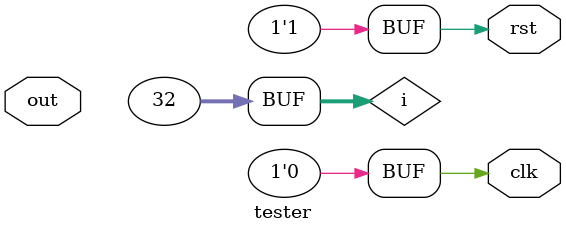
<source format=v>
`include "up_counter.v"
`include "dflipflop.v"


module testbench;

	wire [3:0] out;
	wire clk, rst;

	
	up_counter up(out, clk, rst);
	tester tester(out, clk, rst);
	
	
	initial begin 
		$dumpfile("up_counter.vcd"); 
		$dumpvars; 
	end  

endmodule



module tester(out, clk, rst);
	input [3:0] out;
	output reg clk, rst;
	
	parameter stimDelay = 20;
	
	
	integer i;
	initial begin
	
		#stimDelay; 
		
		// Test reset (4 clock cycles)
		#stimDelay; clk = 1; rst = 0;
		#stimDelay; clk = 0; 
		#stimDelay; clk = 1;
		#stimDelay; clk = 0; 
		#stimDelay; clk = 1; 
		#stimDelay; clk = 0; 
		#stimDelay; clk = 1;
		#stimDelay; clk = 0; 
		
		
		#stimDelay; clk = 1; rst = 1;
		#stimDelay; clk = 0;
		
		for (i = 0; i < 32; i = i + 1) begin
			#stimDelay; clk = 1; 
			#stimDelay; clk = 0; 
		end
		
		#stimDelay; clk = 1; rst = 0;
		#stimDelay; clk = 0; 
		#stimDelay; clk = 1; rst = 1;
		#stimDelay; clk = 0; 
		
		for (i = 0; i < 32; i = i + 1) begin
			#stimDelay; clk = 1; 
			#stimDelay; clk = 0; 
		end
		
		
	end

endmodule

</source>
